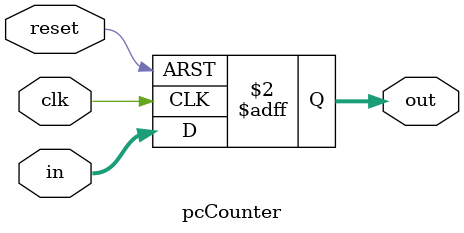
<source format=v>
/*
 Written By: Benjamin Zaporzan
 
 8bit register which changes input to output on
 the posedge of the clock
 
 in - [7:0] input to registry
 out - output 
 clk - clock used to determine change in registry
 reset - resets the registry to zero
 
 */
`ifndef PCCOUNTER_V
`define PCCOUNTER_V


module pcCounter(in,out,clk,reset);

   input [7:0] in;
   input       clk,reset;
   output reg [7:0] out;

   always @(posedge clk or posedge reset) begin
      if (reset)
	out = 0;
      else
	out = in;
   end
endmodule // pcCounter


`endif //PCCOUNTER_V
</source>
